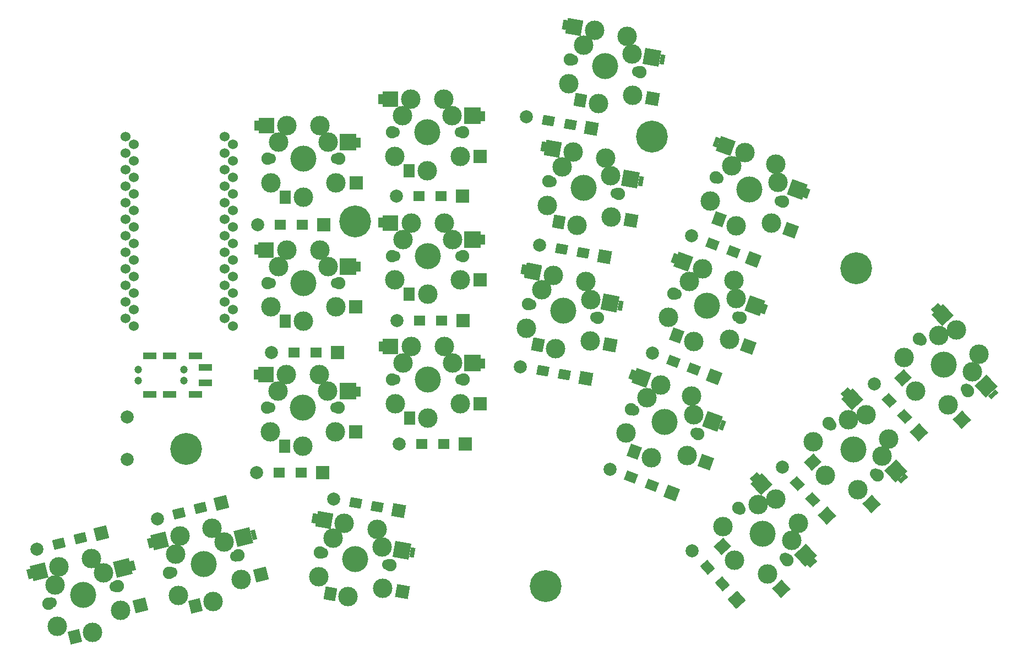
<source format=gbr>
%TF.GenerationSoftware,KiCad,Pcbnew,(6.0.2)*%
%TF.CreationDate,2022-03-03T13:29:25+00:00*%
%TF.ProjectId,yggdrasil,79676764-7261-4736-996c-2e6b69636164,1.0.0*%
%TF.SameCoordinates,Original*%
%TF.FileFunction,Soldermask,Top*%
%TF.FilePolarity,Negative*%
%FSLAX46Y46*%
G04 Gerber Fmt 4.6, Leading zero omitted, Abs format (unit mm)*
G04 Created by KiCad (PCBNEW (6.0.2)) date 2022-03-03 13:29:25*
%MOMM*%
%LPD*%
G01*
G04 APERTURE LIST*
G04 Aperture macros list*
%AMRotRect*
0 Rectangle, with rotation*
0 The origin of the aperture is its center*
0 $1 length*
0 $2 width*
0 $3 Rotation angle, in degrees counterclockwise*
0 Add horizontal line*
21,1,$1,$2,0,0,$3*%
G04 Aperture macros list end*
%ADD10C,3.000000*%
%ADD11C,1.700000*%
%ADD12C,4.000000*%
%ADD13C,0.100000*%
%ADD14C,1.900000*%
%ADD15RotRect,2.000000X2.000000X160.000000*%
%ADD16RotRect,2.400000X2.400000X160.000000*%
%ADD17RotRect,0.700000X1.500000X340.000000*%
%ADD18RotRect,2.500000X2.500000X160.000000*%
%ADD19RotRect,1.800000X2.000000X160.000000*%
%ADD20R,1.998980X1.998980*%
%ADD21R,1.800000X1.500000*%
%ADD22C,1.998980*%
%ADD23RotRect,1.800000X1.500000X194.000000*%
%ADD24RotRect,1.998980X1.998980X14.000000*%
%ADD25RotRect,2.000000X2.000000X133.000000*%
%ADD26RotRect,2.400000X2.400000X133.000000*%
%ADD27RotRect,0.700000X1.500000X313.000000*%
%ADD28RotRect,1.800000X2.000000X133.000000*%
%ADD29RotRect,2.500000X2.500000X133.000000*%
%ADD30C,4.900000*%
%ADD31RotRect,1.998980X1.998980X339.000000*%
%ADD32RotRect,1.800000X1.500000X159.000000*%
%ADD33RotRect,1.800000X1.500000X170.000000*%
%ADD34RotRect,1.998980X1.998980X350.000000*%
%ADD35RotRect,2.400000X2.400000X170.000000*%
%ADD36RotRect,2.000000X2.000000X170.000000*%
%ADD37RotRect,0.700000X1.500000X350.000000*%
%ADD38RotRect,1.800000X2.000000X170.000000*%
%ADD39RotRect,2.500000X2.500000X170.000000*%
%ADD40R,0.700000X1.500000*%
%ADD41R,2.400000X2.400000*%
%ADD42R,2.000000X2.000000*%
%ADD43R,2.500000X2.500000*%
%ADD44R,1.800000X2.000000*%
%ADD45RotRect,1.800000X1.500000X133.000000*%
%ADD46RotRect,1.998980X1.998980X313.000000*%
%ADD47RotRect,2.400000X2.400000X194.000000*%
%ADD48RotRect,0.700000X1.500000X14.000000*%
%ADD49RotRect,2.000000X2.000000X194.000000*%
%ADD50RotRect,1.800000X2.000000X194.000000*%
%ADD51RotRect,2.500000X2.500000X194.000000*%
%ADD52C,1.524000*%
%ADD53C,1.200000*%
%ADD54R,2.100000X1.000000*%
%ADD55C,2.000000*%
%ADD56RotRect,0.700000X1.500000X349.000000*%
%ADD57RotRect,2.000000X2.000000X169.000000*%
%ADD58RotRect,2.400000X2.400000X169.000000*%
%ADD59RotRect,2.500000X2.500000X169.000000*%
%ADD60RotRect,1.800000X2.000000X169.000000*%
%ADD61RotRect,1.800000X1.500000X132.000000*%
%ADD62RotRect,1.998980X1.998980X312.000000*%
G04 APERTURE END LIST*
D10*
%TO.C,SW14*%
X178186453Y-100031313D03*
X188599350Y-97180828D03*
D11*
X188924029Y-100002013D03*
D10*
X183501033Y-92622181D03*
D12*
X184150390Y-98264551D03*
D13*
X181438478Y-94531917D03*
D10*
X181438893Y-94574634D03*
X188599350Y-97180828D03*
D14*
X178982081Y-96383440D03*
D10*
X182132472Y-103808737D03*
X188274672Y-94359643D03*
X187583379Y-103451514D03*
D13*
X188627127Y-97148371D03*
D11*
X179376752Y-96527088D03*
D14*
X189318700Y-100145662D03*
D15*
X190496426Y-104511777D03*
D16*
X180531605Y-91541397D03*
D17*
X179128906Y-91009573D03*
D18*
X191503001Y-98237670D03*
D19*
X179501332Y-102851081D03*
D17*
X192992828Y-98822490D03*
%TD*%
D20*
%TO.C,D1*%
X131698559Y-67952904D03*
D21*
X128398559Y-67950364D03*
D22*
X121538559Y-67952904D03*
D21*
X124998559Y-67950364D03*
%TD*%
D23*
%TO.C,D16*%
X94287112Y-116163179D03*
D24*
X97489702Y-115367301D03*
D22*
X87631498Y-117825228D03*
D23*
X90988106Y-116985713D03*
%TD*%
D12*
%TO.C,SW10*%
X213130375Y-102501191D03*
D10*
X212389600Y-97982457D03*
D13*
X212408624Y-97944207D03*
D10*
X207014374Y-101367816D03*
D11*
X209665823Y-98785914D03*
D10*
X213834358Y-108681353D03*
X217586427Y-103555373D03*
D14*
X216881366Y-106523636D03*
D13*
X217625911Y-103539063D03*
D14*
X209379384Y-98478745D03*
D10*
X208815388Y-106524981D03*
X215113376Y-97179001D03*
X218577927Y-100894277D03*
D11*
X216594926Y-106216468D03*
D10*
X217586427Y-103555373D03*
D25*
X215948553Y-110948550D03*
D26*
X212958261Y-94867923D03*
D27*
X211949890Y-93757252D03*
X220755745Y-107012701D03*
D28*
X206905792Y-104477191D03*
D29*
X219693802Y-105815255D03*
%TD*%
D10*
%TO.C,SW15*%
X193111902Y-114352870D03*
D12*
X199227903Y-115486245D03*
D13*
X198506152Y-110929261D03*
D10*
X204675455Y-113879331D03*
X194912916Y-119510035D03*
D14*
X202978894Y-119508690D03*
D13*
X203723439Y-116524117D03*
D11*
X195763351Y-111770968D03*
X202692454Y-119201522D03*
D10*
X203683955Y-116540427D03*
X199931886Y-121666407D03*
X201210904Y-110164055D03*
X203683955Y-116540427D03*
X198487128Y-110967511D03*
D14*
X195476912Y-111463799D03*
D25*
X202046081Y-123933604D03*
D27*
X198047418Y-106742306D03*
D26*
X199055789Y-107852977D03*
D27*
X206853273Y-119997755D03*
D29*
X205791330Y-118800309D03*
D28*
X193003320Y-117462245D03*
%TD*%
D30*
%TO.C,TH7*%
X165881040Y-123543343D03*
%TD*%
D31*
%TO.C,D4*%
X197752038Y-73326888D03*
D32*
X194672133Y-72141903D03*
D22*
X188266861Y-69685870D03*
D32*
X191497959Y-70923451D03*
%TD*%
D33*
%TO.C,D3*%
X169621385Y-52570173D03*
D34*
X172870810Y-53145713D03*
D22*
X162865163Y-51381448D03*
D33*
X166273039Y-51979769D03*
%TD*%
D20*
%TO.C,D2*%
X153079339Y-63599500D03*
D21*
X149779339Y-63596960D03*
D22*
X142919339Y-63599500D03*
D21*
X146379339Y-63596960D03*
%TD*%
D31*
%TO.C,D14*%
X185232908Y-109197926D03*
D32*
X182153003Y-108012941D03*
X178978829Y-106794489D03*
D22*
X175747731Y-105556908D03*
%TD*%
D10*
%TO.C,SW3*%
X179160114Y-41721751D03*
X171655879Y-40398550D03*
D11*
X179969754Y-44443695D03*
D13*
X171648053Y-40356554D03*
D12*
X174966930Y-43561563D03*
D10*
X173347651Y-38117673D03*
X179248471Y-48073592D03*
D11*
X169964107Y-42679430D03*
D13*
X179181832Y-41684963D03*
D10*
X179160114Y-41721751D03*
X169400393Y-46337110D03*
X178350475Y-38999806D03*
D14*
X180383373Y-44516628D03*
D10*
X173942406Y-49371928D03*
D14*
X169550488Y-42606498D03*
D35*
X170235659Y-37568945D03*
D36*
X182301375Y-48611902D03*
D37*
X168761920Y-37288776D03*
D38*
X171184944Y-48885714D03*
D39*
X182203170Y-42258322D03*
D37*
X183771917Y-42575553D03*
%TD*%
D10*
%TO.C,SW6*%
X126028720Y-71843944D03*
X124758720Y-74383943D03*
D14*
X123068720Y-76923944D03*
D13*
X132393720Y-74343944D03*
D11*
X123488720Y-76923944D03*
D13*
X124743720Y-74343944D03*
D10*
X123568720Y-80623944D03*
D12*
X128568720Y-76923944D03*
D10*
X133568720Y-80623944D03*
D11*
X133648720Y-76923944D03*
D14*
X134068720Y-76923944D03*
D10*
X132378720Y-74383944D03*
X131108720Y-71843944D03*
X128568720Y-82823944D03*
X132378720Y-74383944D03*
D40*
X121368720Y-71823944D03*
D41*
X122868720Y-71843944D03*
D42*
X136668720Y-80623944D03*
D43*
X135468720Y-74383943D03*
D44*
X125768720Y-82823944D03*
D40*
X137068720Y-74423944D03*
%TD*%
D24*
%TO.C,D17*%
X115979807Y-110707284D03*
D23*
X112777217Y-111503162D03*
X109478211Y-112325696D03*
D22*
X106121603Y-113165211D03*
%TD*%
D45*
%TO.C,D5*%
X221026436Y-97474530D03*
D46*
X223275173Y-99889730D03*
D22*
X216346070Y-92459176D03*
D45*
X218707642Y-94987928D03*
%TD*%
D10*
%TO.C,SW16*%
X97810150Y-121489756D03*
D14*
X100064432Y-123545459D03*
D12*
X94727805Y-124876029D03*
D13*
X97815028Y-121447315D03*
D10*
X90771438Y-129675733D03*
D14*
X89391179Y-126206600D03*
D10*
X97810150Y-121489756D03*
D13*
X90392265Y-123298017D03*
D11*
X89798703Y-126104992D03*
D10*
X96155144Y-130600774D03*
D11*
X99656907Y-123647066D03*
D10*
X90416497Y-123333199D03*
X100474395Y-127256514D03*
X95963393Y-119332445D03*
X91034291Y-120561408D03*
D47*
X87968156Y-121325882D03*
D48*
X86507874Y-121669359D03*
D49*
X103482312Y-126506556D03*
D50*
X93438316Y-131278155D03*
D48*
X102370514Y-120393954D03*
D51*
X100808364Y-120742216D03*
%TD*%
D52*
%TO.C,U1*%
X101199438Y-54448296D03*
X117738253Y-55644041D03*
X117738253Y-58184041D03*
X101199438Y-56988296D03*
X117738253Y-60724041D03*
X101199438Y-59528296D03*
X117738253Y-63264041D03*
X101199438Y-62068296D03*
X117738253Y-65804041D03*
X101199438Y-64608296D03*
X117738253Y-68344041D03*
X101199438Y-67148296D03*
X101199438Y-69688296D03*
X117738253Y-70884041D03*
X117738253Y-73424041D03*
X101199438Y-72228296D03*
X101199438Y-74768296D03*
X117738253Y-75964041D03*
X117738253Y-78504041D03*
X101199438Y-77308296D03*
X117738253Y-81044041D03*
X101199438Y-79848296D03*
X117738253Y-83584041D03*
X101199438Y-82388296D03*
X116439438Y-82388296D03*
X102498253Y-83584041D03*
X102498253Y-81044041D03*
X116439438Y-79848296D03*
X116439438Y-77308296D03*
X102498253Y-78504041D03*
X102498253Y-75964041D03*
X116439438Y-74768296D03*
X116439438Y-72228296D03*
X102498253Y-73424041D03*
X102498253Y-70884041D03*
X116439438Y-69688296D03*
X102498253Y-68344041D03*
X116439438Y-67148296D03*
X102498253Y-65804041D03*
X116439438Y-64608296D03*
X102498253Y-63264041D03*
X116439438Y-62068296D03*
X116439438Y-59528296D03*
X102498253Y-60724041D03*
X116439438Y-56988296D03*
X102498253Y-58184041D03*
X116439438Y-54448296D03*
X102498253Y-55644041D03*
%TD*%
D30*
%TO.C,TH3*%
X213557390Y-74634797D03*
%TD*%
D10*
%TO.C,SW7*%
X152678734Y-76479398D03*
X143868734Y-70239397D03*
X151488734Y-70239398D03*
D11*
X152758734Y-72779398D03*
X142598734Y-72779398D03*
D10*
X142678734Y-76479398D03*
D14*
X153178734Y-72779398D03*
D10*
X147678734Y-78679398D03*
X151488734Y-70239398D03*
X145138734Y-67699398D03*
D14*
X142178734Y-72779398D03*
D12*
X147678734Y-72779398D03*
D10*
X150218734Y-67699398D03*
D13*
X151503734Y-70199398D03*
X143853734Y-70199398D03*
D41*
X141978734Y-67699398D03*
D40*
X140478734Y-67679398D03*
D42*
X155778734Y-76479398D03*
D44*
X144878734Y-78679398D03*
D40*
X156178734Y-70279398D03*
D43*
X154578734Y-70239397D03*
%TD*%
D21*
%TO.C,D11*%
X128270630Y-106107852D03*
D20*
X131570630Y-106110392D03*
D22*
X121410630Y-106110392D03*
D21*
X124870630Y-106107852D03*
%TD*%
D34*
%TO.C,D8*%
X174872097Y-72893254D03*
D33*
X171622672Y-72317714D03*
D22*
X164866450Y-71128989D03*
D33*
X168274326Y-71727310D03*
%TD*%
D11*
%TO.C,SW17*%
X108353086Y-121380662D03*
D10*
X116364533Y-116765426D03*
X109588674Y-115837078D03*
D11*
X118211290Y-118922736D03*
D10*
X119028778Y-122532184D03*
X114709527Y-125876444D03*
X116364533Y-116765426D03*
X108970880Y-118608869D03*
D14*
X107945562Y-121482270D03*
D13*
X108946648Y-118573687D03*
D12*
X113282188Y-120151699D03*
D10*
X109325821Y-124951403D03*
D14*
X118618815Y-118821129D03*
D10*
X114517776Y-114608115D03*
D13*
X116369411Y-116722985D03*
D49*
X122036695Y-121782226D03*
D48*
X105062257Y-116945029D03*
D47*
X106522539Y-116601552D03*
D48*
X120924897Y-115669624D03*
D51*
X119362747Y-116017886D03*
D50*
X111992699Y-126553825D03*
%TD*%
D10*
%TO.C,SW8*%
X175860794Y-60433094D03*
D14*
X166251168Y-61317841D03*
D11*
X176670434Y-63155038D03*
D10*
X168356559Y-59109893D03*
D11*
X166664787Y-61390773D03*
D10*
X166101073Y-65048453D03*
X175051155Y-57711149D03*
D13*
X175882512Y-60396306D03*
D10*
X175860794Y-60433094D03*
X175949151Y-66784935D03*
D13*
X168348733Y-59067897D03*
D12*
X171667610Y-62272906D03*
D10*
X170643086Y-68083271D03*
X170048331Y-56829016D03*
D14*
X177084053Y-63227971D03*
D37*
X165462600Y-56000119D03*
D36*
X179002055Y-67323245D03*
D35*
X166936339Y-56280288D03*
D37*
X180472597Y-61286896D03*
D39*
X178903850Y-60969665D03*
D38*
X167885624Y-67597057D03*
%TD*%
D10*
%TO.C,SW18*%
X140703287Y-117507642D03*
D11*
X131507280Y-118465321D03*
D14*
X131093661Y-118392389D03*
D11*
X141512927Y-120229586D03*
D10*
X135485579Y-125157819D03*
D14*
X141926546Y-120302519D03*
D10*
X130943566Y-122123001D03*
D13*
X133191226Y-116142445D03*
D10*
X133199052Y-116184441D03*
X134890824Y-113903564D03*
X140791644Y-123859483D03*
D12*
X136510103Y-119347454D03*
D10*
X140703287Y-117507642D03*
X139893648Y-114785697D03*
D13*
X140725005Y-117470854D03*
D36*
X143844548Y-124397793D03*
D37*
X130305093Y-113074667D03*
D35*
X131778832Y-113354836D03*
D38*
X132728117Y-124671605D03*
D37*
X145315090Y-118361444D03*
D39*
X143746343Y-118044213D03*
%TD*%
D32*
%TO.C,D9*%
X188650089Y-90170075D03*
D31*
X191729994Y-91355060D03*
D22*
X182244817Y-87714042D03*
D32*
X185475915Y-88951623D03*
%TD*%
D12*
%TO.C,SW2*%
X147676094Y-53790457D03*
D10*
X142676094Y-57490457D03*
D11*
X152756094Y-53790457D03*
D14*
X142176094Y-53790457D03*
D10*
X150216094Y-48710457D03*
D13*
X143851094Y-51210457D03*
D10*
X151486094Y-51250457D03*
D13*
X151501094Y-51210457D03*
D10*
X143866094Y-51250456D03*
X147676094Y-59690457D03*
X145136094Y-48710457D03*
X151486094Y-51250457D03*
D14*
X153176094Y-53790457D03*
D11*
X142596094Y-53790457D03*
D10*
X152676094Y-57490457D03*
D42*
X155776094Y-57490457D03*
D41*
X141976094Y-48710457D03*
D40*
X140476094Y-48690457D03*
D44*
X144876094Y-59690457D03*
D40*
X156176094Y-51290457D03*
D43*
X154576094Y-51250456D03*
%TD*%
D21*
%TO.C,D12*%
X150178546Y-101644304D03*
D20*
X153478546Y-101646844D03*
D22*
X143318546Y-101646844D03*
D21*
X146778546Y-101644304D03*
%TD*%
D53*
%TO.C,J2*%
X110187485Y-90225828D03*
X110187485Y-91975828D03*
X103187485Y-90225828D03*
X103187485Y-91975828D03*
D54*
X111987485Y-88125828D03*
X111987485Y-94075828D03*
X107987485Y-94075828D03*
X107987485Y-88125828D03*
X104987485Y-88125828D03*
X104987485Y-94075828D03*
X113487485Y-92325828D03*
X113487485Y-89875828D03*
%TD*%
D34*
%TO.C,D18*%
X143219633Y-111889284D03*
D33*
X139970208Y-111313744D03*
X136621862Y-110723340D03*
D22*
X133213986Y-110125019D03*
%TD*%
D20*
%TO.C,D7*%
X153163098Y-82704289D03*
D21*
X149863098Y-82701749D03*
X146463098Y-82701749D03*
D22*
X143003098Y-82704289D03*
%TD*%
D55*
%TO.C,RSW1*%
X101515839Y-104026134D03*
X101515839Y-97526134D03*
%TD*%
D10*
%TO.C,SW13*%
X162904702Y-83904449D03*
D11*
X163532165Y-80257163D03*
D10*
X171981474Y-76724462D03*
D14*
X173917780Y-82275922D03*
D10*
X172720974Y-85812538D03*
X167393058Y-87018073D03*
X166994808Y-75755152D03*
D12*
X168518831Y-81226473D03*
D13*
X165256394Y-77964030D03*
D11*
X173505497Y-82195783D03*
D14*
X163119881Y-80177023D03*
D13*
X172765842Y-79423719D03*
D10*
X165263486Y-78006157D03*
X172743485Y-79460122D03*
X172743485Y-79460122D03*
D56*
X162424241Y-74846350D03*
D57*
X175764018Y-86404046D03*
D58*
X163892866Y-75152196D03*
D59*
X175776714Y-80049721D03*
D56*
X177339685Y-80394281D03*
D60*
X164644502Y-86483808D03*
%TD*%
D10*
%TO.C,SW1*%
X132393443Y-55296516D03*
D14*
X134083443Y-57836516D03*
D11*
X123503443Y-57836516D03*
D14*
X123083443Y-57836516D03*
D13*
X124758443Y-55256516D03*
D11*
X133663443Y-57836516D03*
D10*
X126043443Y-52756516D03*
X128583443Y-63736516D03*
X131123443Y-52756516D03*
X133583443Y-61536516D03*
X124773443Y-55296515D03*
D12*
X128583443Y-57836516D03*
D10*
X123583443Y-61536516D03*
X132393443Y-55296516D03*
D13*
X132408443Y-55256516D03*
D41*
X122883443Y-52756516D03*
D40*
X121383443Y-52736516D03*
D42*
X136683443Y-61536516D03*
D40*
X137083443Y-55336516D03*
D44*
X125783443Y-63736516D03*
D43*
X135483443Y-55296515D03*
%TD*%
D45*
%TO.C,D10*%
X206890781Y-110267353D03*
D46*
X209139518Y-112682553D03*
D22*
X202210415Y-105251999D03*
D45*
X204571987Y-107780751D03*
%TD*%
D33*
%TO.C,D13*%
X168734638Y-91000030D03*
D34*
X171984063Y-91575570D03*
D33*
X165386292Y-90409626D03*
D22*
X161978416Y-89811305D03*
%TD*%
D30*
%TO.C,TH4*%
X136534739Y-67450809D03*
%TD*%
D14*
%TO.C,SW9*%
X185479158Y-78540585D03*
D12*
X190647467Y-80421696D03*
D13*
X195124204Y-79305516D03*
D10*
X187935970Y-76731779D03*
D14*
X195815777Y-82302807D03*
D13*
X187935555Y-76689062D03*
D11*
X195421106Y-82159158D03*
D10*
X195096427Y-79337973D03*
D11*
X185873829Y-78684233D03*
D10*
X184683530Y-82188458D03*
X194080456Y-85608659D03*
X194771749Y-76516788D03*
X189998110Y-74779326D03*
X195096427Y-79337973D03*
X188629549Y-85965882D03*
D17*
X185625983Y-73166718D03*
D16*
X187028682Y-73698542D03*
D15*
X196993503Y-86668922D03*
D17*
X199489905Y-80979635D03*
D18*
X198000078Y-80394815D03*
D19*
X185998409Y-85008226D03*
%TD*%
D10*
%TO.C,SW11*%
X132346639Y-93569851D03*
D14*
X123036639Y-96109851D03*
D10*
X123536639Y-99809851D03*
D13*
X132361639Y-93529851D03*
D11*
X133616639Y-96109851D03*
D10*
X125996639Y-91029851D03*
X124726639Y-93569850D03*
D11*
X123456639Y-96109851D03*
D10*
X133536639Y-99809851D03*
D12*
X128536639Y-96109851D03*
D13*
X124711639Y-93529851D03*
D10*
X132346639Y-93569851D03*
X131076639Y-91029851D03*
X128536639Y-102009851D03*
D14*
X134036639Y-96109851D03*
D41*
X122836639Y-91029851D03*
D40*
X121336639Y-91009851D03*
D42*
X136636639Y-99809851D03*
D40*
X137036639Y-93609851D03*
D44*
X125736639Y-102009851D03*
D43*
X135436639Y-93569850D03*
%TD*%
D30*
%TO.C,TH6*%
X182180536Y-54480069D03*
%TD*%
D61*
%TO.C,D15*%
X192982074Y-123173674D03*
D62*
X195188317Y-125627752D03*
D61*
X190707030Y-120646982D03*
D22*
X188389950Y-118077400D03*
%TD*%
D14*
%TO.C,SW4*%
X202312872Y-64459936D03*
D11*
X201918201Y-64316287D03*
D10*
X196495205Y-56936455D03*
X195126644Y-68123011D03*
X201593522Y-61495102D03*
X201268844Y-58673917D03*
X201593522Y-61495102D03*
X194433065Y-58888908D03*
D13*
X201621299Y-61462645D03*
D10*
X200577551Y-67765788D03*
D14*
X191976253Y-60697714D03*
D13*
X194432650Y-58846191D03*
D10*
X191180625Y-64345587D03*
D12*
X197144562Y-62578825D03*
D11*
X192370924Y-60841362D03*
D17*
X192123078Y-55323847D03*
D15*
X203490598Y-68826051D03*
D16*
X193525777Y-55855671D03*
D19*
X192495504Y-67165355D03*
D18*
X204497173Y-62551944D03*
D17*
X205987000Y-63136764D03*
%TD*%
D30*
%TO.C,TH5*%
X110558705Y-102472173D03*
%TD*%
D21*
%TO.C,D6*%
X130515681Y-87616783D03*
D20*
X133815681Y-87619323D03*
D22*
X123655681Y-87619323D03*
D21*
X127115681Y-87616783D03*
%TD*%
D10*
%TO.C,SW5*%
X232480394Y-87909258D03*
D14*
X223281851Y-85493726D03*
D13*
X226311091Y-84959188D03*
D11*
X230497393Y-93231449D03*
X223568290Y-85800895D03*
D13*
X231528378Y-90554044D03*
D12*
X227032842Y-89516172D03*
D10*
X231488894Y-90570354D03*
D14*
X230783833Y-93538617D03*
D10*
X222717855Y-93539962D03*
X231488894Y-90570354D03*
X229015843Y-84193982D03*
X227736825Y-95696334D03*
X220916841Y-88382797D03*
X226292067Y-84997438D03*
D26*
X226860728Y-81882904D03*
D25*
X229851020Y-97963531D03*
D27*
X225852357Y-80772233D03*
D28*
X220808259Y-91492172D03*
D27*
X234658212Y-94027682D03*
D29*
X233596269Y-92830236D03*
%TD*%
D10*
%TO.C,SW12*%
X143886072Y-89276104D03*
X151506072Y-89276105D03*
D13*
X143871072Y-89236105D03*
D10*
X150236072Y-86736105D03*
D13*
X151521072Y-89236105D03*
D14*
X153196072Y-91816105D03*
D10*
X152696072Y-95516105D03*
X151506072Y-89276105D03*
D12*
X147696072Y-91816105D03*
D10*
X147696072Y-97716105D03*
D11*
X142616072Y-91816105D03*
X152776072Y-91816105D03*
D10*
X142696072Y-95516105D03*
X145156072Y-86736105D03*
D14*
X142196072Y-91816105D03*
D42*
X155796072Y-95516105D03*
D40*
X140496072Y-86716105D03*
D41*
X141996072Y-86736105D03*
D44*
X144896072Y-97716105D03*
D40*
X156196072Y-89316105D03*
D43*
X154596072Y-89276104D03*
%TD*%
M02*

</source>
